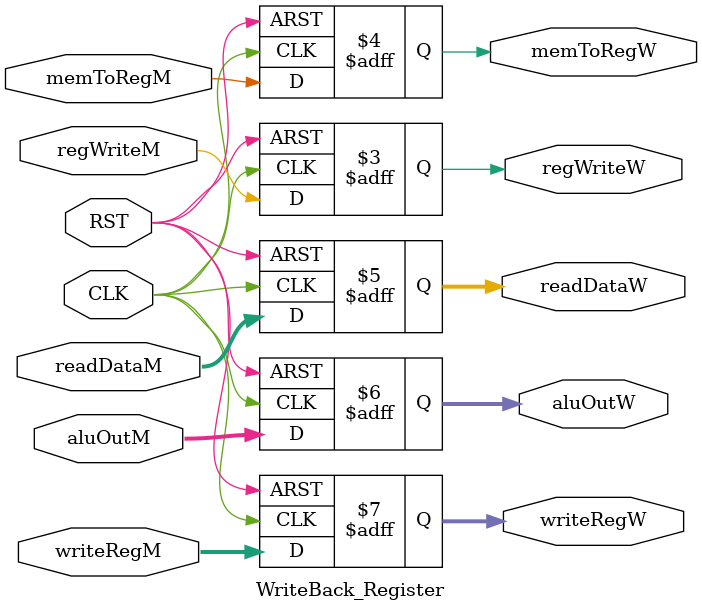
<source format=v>
module WriteBack_Register (
    input wire CLK,RST,
    input  wire  regWriteM, memToRegM,
    input  wire   [31:0]   readDataM, aluOutM,
    input  wire   [4:0]    writeRegM,

    output   reg regWriteW, memToRegW,
    output   reg    [31:0]   readDataW, aluOutW,
    output   reg    [4:0]    writeRegW
);

always @(posedge CLK or negedge RST)
    begin
        if(!RST)
            begin
                regWriteW  <=   1'b0;
                memToRegW  <=  1'b0;
                readDataW  <=  32'b0;
                aluOutW    <=  32'b0;
                writeRegW  <=5'b0;
            end
        else
            begin
                regWriteW  <=  regWriteM;
                memToRegW <=  memToRegM;
                readDataW  <=  readDataM;
                aluOutW    <= aluOutM;
                writeRegW  <=  writeRegM;
            end
    end

endmodule
</source>
